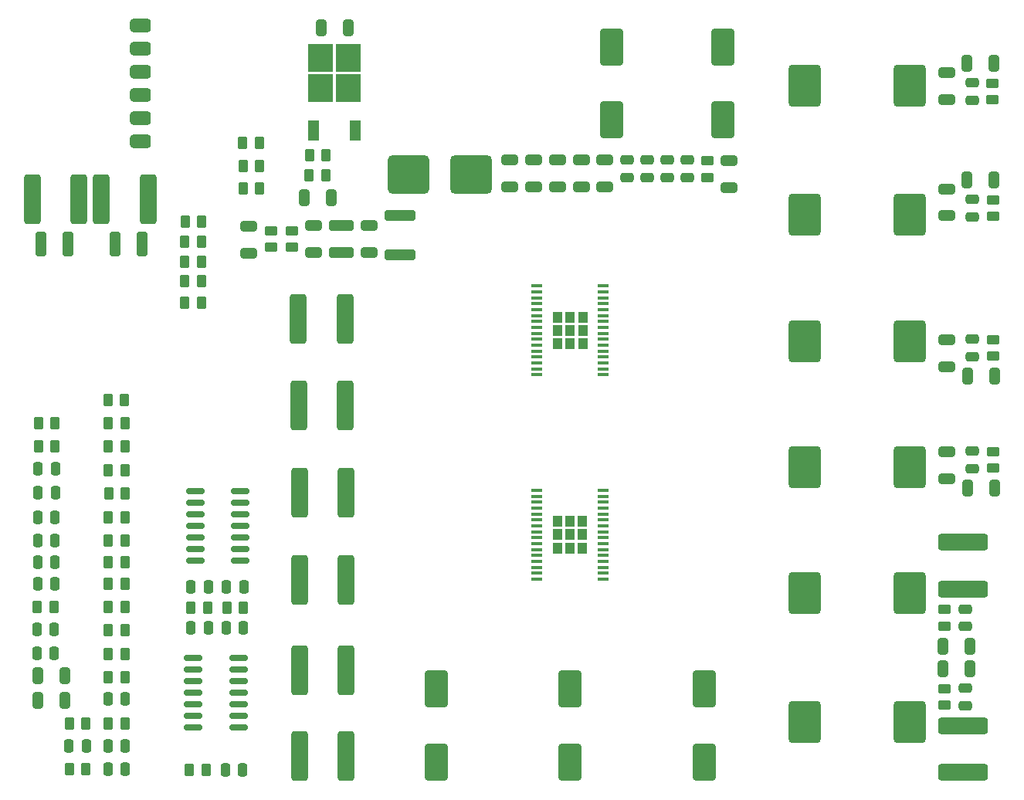
<source format=gtp>
G04 #@! TF.GenerationSoftware,KiCad,Pcbnew,(6.0.8)*
G04 #@! TF.CreationDate,2023-11-21T01:59:14+01:00*
G04 #@! TF.ProjectId,Modu_ wzmacniacza,4d6f6475-4220-4777-9a6d-61636e696163,rev?*
G04 #@! TF.SameCoordinates,Original*
G04 #@! TF.FileFunction,Paste,Top*
G04 #@! TF.FilePolarity,Positive*
%FSLAX46Y46*%
G04 Gerber Fmt 4.6, Leading zero omitted, Abs format (unit mm)*
G04 Created by KiCad (PCBNEW (6.0.8)) date 2023-11-21 01:59:14*
%MOMM*%
%LPD*%
G01*
G04 APERTURE LIST*
G04 Aperture macros list*
%AMRoundRect*
0 Rectangle with rounded corners*
0 $1 Rounding radius*
0 $2 $3 $4 $5 $6 $7 $8 $9 X,Y pos of 4 corners*
0 Add a 4 corners polygon primitive as box body*
4,1,4,$2,$3,$4,$5,$6,$7,$8,$9,$2,$3,0*
0 Add four circle primitives for the rounded corners*
1,1,$1+$1,$2,$3*
1,1,$1+$1,$4,$5*
1,1,$1+$1,$6,$7*
1,1,$1+$1,$8,$9*
0 Add four rect primitives between the rounded corners*
20,1,$1+$1,$2,$3,$4,$5,0*
20,1,$1+$1,$4,$5,$6,$7,0*
20,1,$1+$1,$6,$7,$8,$9,0*
20,1,$1+$1,$8,$9,$2,$3,0*%
G04 Aperture macros list end*
%ADD10R,1.070000X1.160000*%
%ADD11R,1.200000X0.400000*%
%ADD12RoundRect,0.250000X0.450000X-0.262500X0.450000X0.262500X-0.450000X0.262500X-0.450000X-0.262500X0*%
%ADD13RoundRect,0.250000X-0.262500X-0.450000X0.262500X-0.450000X0.262500X0.450000X-0.262500X0.450000X0*%
%ADD14RoundRect,0.350000X-1.400000X-1.950000X1.400000X-1.950000X1.400000X1.950000X-1.400000X1.950000X0*%
%ADD15RoundRect,0.250000X0.262500X0.450000X-0.262500X0.450000X-0.262500X-0.450000X0.262500X-0.450000X0*%
%ADD16RoundRect,0.250000X0.325000X0.650000X-0.325000X0.650000X-0.325000X-0.650000X0.325000X-0.650000X0*%
%ADD17RoundRect,0.250000X-0.650000X0.325000X-0.650000X-0.325000X0.650000X-0.325000X0.650000X0.325000X0*%
%ADD18RoundRect,0.250000X-0.475000X0.250000X-0.475000X-0.250000X0.475000X-0.250000X0.475000X0.250000X0*%
%ADD19RoundRect,0.250000X-0.650000X-2.450000X0.650000X-2.450000X0.650000X2.450000X-0.650000X2.450000X0*%
%ADD20RoundRect,0.250000X0.650000X-0.325000X0.650000X0.325000X-0.650000X0.325000X-0.650000X-0.325000X0*%
%ADD21RoundRect,0.250000X-2.450000X0.650000X-2.450000X-0.650000X2.450000X-0.650000X2.450000X0.650000X0*%
%ADD22RoundRect,0.250000X0.250000X0.475000X-0.250000X0.475000X-0.250000X-0.475000X0.250000X-0.475000X0*%
%ADD23R,2.750000X3.050000*%
%ADD24R,1.200000X2.200000*%
%ADD25RoundRect,0.250000X-0.450000X0.262500X-0.450000X-0.262500X0.450000X-0.262500X0.450000X0.262500X0*%
%ADD26RoundRect,0.250000X-0.250000X-0.475000X0.250000X-0.475000X0.250000X0.475000X-0.250000X0.475000X0*%
%ADD27RoundRect,0.250000X0.325000X1.100000X-0.325000X1.100000X-0.325000X-1.100000X0.325000X-1.100000X0*%
%ADD28RoundRect,0.250000X1.000000X-1.750000X1.000000X1.750000X-1.000000X1.750000X-1.000000X-1.750000X0*%
%ADD29RoundRect,0.250000X-1.450000X0.312500X-1.450000X-0.312500X1.450000X-0.312500X1.450000X0.312500X0*%
%ADD30RoundRect,0.381000X0.762000X0.381000X-0.762000X0.381000X-0.762000X-0.381000X0.762000X-0.381000X0*%
%ADD31RoundRect,0.417500X-1.832500X-1.670000X1.832500X-1.670000X1.832500X1.670000X-1.832500X1.670000X0*%
%ADD32RoundRect,0.418750X-1.843750X-1.675000X1.843750X-1.675000X1.843750X1.675000X-1.843750X1.675000X0*%
%ADD33RoundRect,0.150000X-0.825000X-0.150000X0.825000X-0.150000X0.825000X0.150000X-0.825000X0.150000X0*%
%ADD34RoundRect,0.250000X-1.000000X1.750000X-1.000000X-1.750000X1.000000X-1.750000X1.000000X1.750000X0*%
%ADD35RoundRect,0.250000X-0.325000X-0.650000X0.325000X-0.650000X0.325000X0.650000X-0.325000X0.650000X0*%
%ADD36RoundRect,0.250000X0.475000X-0.250000X0.475000X0.250000X-0.475000X0.250000X-0.475000X-0.250000X0*%
%ADD37RoundRect,0.250000X1.100000X-0.325000X1.100000X0.325000X-1.100000X0.325000X-1.100000X-0.325000X0*%
G04 APERTURE END LIST*
D10*
X130180000Y-82960000D03*
X130180000Y-81500000D03*
X132920000Y-82960000D03*
X131550000Y-81500000D03*
X130180000Y-80040000D03*
X131550000Y-82960000D03*
X132920000Y-81500000D03*
X131550000Y-80040000D03*
X132920000Y-80040000D03*
D11*
X127900000Y-76625000D03*
X127900000Y-77275000D03*
X127900000Y-77925000D03*
X127900000Y-78575000D03*
X127900000Y-79225000D03*
X127900000Y-79875000D03*
X127900000Y-80525000D03*
X127900000Y-81175000D03*
X127900000Y-81825000D03*
X127900000Y-82475000D03*
X127900000Y-83125000D03*
X127900000Y-83775000D03*
X127900000Y-84425000D03*
X127900000Y-85075000D03*
X127900000Y-85725000D03*
X127900000Y-86375000D03*
X135200000Y-86375000D03*
X135200000Y-85725000D03*
X135200000Y-85075000D03*
X135200000Y-84425000D03*
X135200000Y-83775000D03*
X135200000Y-83125000D03*
X135200000Y-82475000D03*
X135200000Y-81825000D03*
X135200000Y-81175000D03*
X135200000Y-80525000D03*
X135200000Y-79875000D03*
X135200000Y-79225000D03*
X135200000Y-78575000D03*
X135200000Y-77925000D03*
X135200000Y-77275000D03*
X135200000Y-76625000D03*
D10*
X130230000Y-60560000D03*
X130230000Y-59100000D03*
X132970000Y-60560000D03*
X131600000Y-59100000D03*
X130230000Y-57640000D03*
X131600000Y-60560000D03*
X132970000Y-59100000D03*
X131600000Y-57640000D03*
X132970000Y-57640000D03*
D11*
X127950000Y-54225000D03*
X127950000Y-54875000D03*
X127950000Y-55525000D03*
X127950000Y-56175000D03*
X127950000Y-56825000D03*
X127950000Y-57475000D03*
X127950000Y-58125000D03*
X127950000Y-58775000D03*
X127950000Y-59425000D03*
X127950000Y-60075000D03*
X127950000Y-60725000D03*
X127950000Y-61375000D03*
X127950000Y-62025000D03*
X127950000Y-62675000D03*
X127950000Y-63325000D03*
X127950000Y-63975000D03*
X135250000Y-63975000D03*
X135250000Y-63325000D03*
X135250000Y-62675000D03*
X135250000Y-62025000D03*
X135250000Y-61375000D03*
X135250000Y-60725000D03*
X135250000Y-60075000D03*
X135250000Y-59425000D03*
X135250000Y-58775000D03*
X135250000Y-58125000D03*
X135250000Y-57475000D03*
X135250000Y-56825000D03*
X135250000Y-56175000D03*
X135250000Y-55525000D03*
X135250000Y-54875000D03*
X135250000Y-54225000D03*
D12*
X177850000Y-33812500D03*
X177850000Y-31987500D03*
D13*
X80987500Y-77000000D03*
X82812500Y-77000000D03*
X80937500Y-84500000D03*
X82762500Y-84500000D03*
D14*
X157300000Y-60300000D03*
X168800000Y-60300000D03*
D15*
X82762500Y-69300000D03*
X80937500Y-69300000D03*
X82762500Y-89400000D03*
X80937500Y-89400000D03*
X97542500Y-41070000D03*
X95717500Y-41070000D03*
X95762500Y-89520000D03*
X93937500Y-89520000D03*
D12*
X172650000Y-100212500D03*
X172650000Y-98387500D03*
D16*
X107285000Y-25900000D03*
X104335000Y-25900000D03*
D17*
X135400000Y-40412500D03*
X135400000Y-43362500D03*
D15*
X91862500Y-89510000D03*
X90037500Y-89510000D03*
D18*
X140000000Y-40437500D03*
X140000000Y-42337500D03*
D19*
X101910000Y-96360000D03*
X107010000Y-96360000D03*
D17*
X127600000Y-40412500D03*
X127600000Y-43362500D03*
X130200000Y-40412500D03*
X130200000Y-43362500D03*
D15*
X82762500Y-82100000D03*
X80937500Y-82100000D03*
D20*
X109570000Y-50535000D03*
X109570000Y-47585000D03*
D21*
X174650000Y-102450000D03*
X174650000Y-107550000D03*
D22*
X75100000Y-86900000D03*
X73200000Y-86900000D03*
D16*
X76175000Y-97000000D03*
X73225000Y-97000000D03*
D17*
X149000000Y-40462500D03*
X149000000Y-43412500D03*
X96330000Y-47655000D03*
X96330000Y-50605000D03*
D23*
X107305000Y-29215000D03*
X104255000Y-29215000D03*
X104255000Y-32565000D03*
X107305000Y-32565000D03*
D24*
X103500000Y-37190000D03*
X108060000Y-37190000D03*
D13*
X89377500Y-47180000D03*
X91202500Y-47180000D03*
D22*
X75150000Y-74300000D03*
X73250000Y-74300000D03*
D18*
X175650000Y-60050000D03*
X175650000Y-61950000D03*
D22*
X82812500Y-99500000D03*
X80912500Y-99500000D03*
D25*
X177950000Y-72387500D03*
X177950000Y-74212500D03*
D26*
X93800000Y-107300000D03*
X95700000Y-107300000D03*
D15*
X91172500Y-51540000D03*
X89347500Y-51540000D03*
D17*
X132800000Y-40412500D03*
X132800000Y-43362500D03*
D13*
X80950000Y-94600000D03*
X82775000Y-94600000D03*
D16*
X178125000Y-76400000D03*
X175175000Y-76400000D03*
D20*
X172850000Y-63075000D03*
X172850000Y-60125000D03*
D14*
X157300000Y-46400000D03*
X168800000Y-46400000D03*
D27*
X84625000Y-49630000D03*
X81675000Y-49630000D03*
D28*
X136100000Y-36032500D03*
X136100000Y-28032500D03*
D29*
X112930000Y-46522500D03*
X112930000Y-50797500D03*
D30*
X84500000Y-38400000D03*
X84500000Y-35860000D03*
X84500000Y-33320000D03*
X84500000Y-30780000D03*
X84500000Y-28240000D03*
X84500000Y-25700000D03*
D15*
X97502500Y-38560000D03*
X95677500Y-38560000D03*
D22*
X91910000Y-91730000D03*
X90010000Y-91730000D03*
D18*
X137800000Y-40437500D03*
X137800000Y-42337500D03*
D22*
X75100000Y-84500000D03*
X73200000Y-84500000D03*
D19*
X101950000Y-105800000D03*
X107050000Y-105800000D03*
D20*
X103500000Y-50565000D03*
X103500000Y-47615000D03*
D15*
X91142500Y-53700000D03*
X89317500Y-53700000D03*
D13*
X80937500Y-71800000D03*
X82762500Y-71800000D03*
D26*
X80900000Y-104700000D03*
X82800000Y-104700000D03*
D12*
X101080000Y-49982500D03*
X101080000Y-48157500D03*
D22*
X95800000Y-87230000D03*
X93900000Y-87230000D03*
D25*
X172650000Y-89687500D03*
X172650000Y-91512500D03*
D19*
X85310000Y-44740000D03*
X80210000Y-44740000D03*
D15*
X75012500Y-89400000D03*
X73187500Y-89400000D03*
D26*
X80900000Y-107200000D03*
X82800000Y-107200000D03*
D16*
X105435000Y-44530000D03*
X102485000Y-44530000D03*
D14*
X157300000Y-87900000D03*
X168800000Y-87900000D03*
D19*
X72660000Y-44740000D03*
X77760000Y-44740000D03*
D13*
X76687500Y-107200000D03*
X78512500Y-107200000D03*
D25*
X98820000Y-48167500D03*
X98820000Y-49992500D03*
D15*
X82750000Y-66700000D03*
X80925000Y-66700000D03*
D16*
X178125000Y-64100000D03*
X175175000Y-64100000D03*
D31*
X113900000Y-42000000D03*
D32*
X120737500Y-41993750D03*
D16*
X76175000Y-99700000D03*
X73225000Y-99700000D03*
D33*
X90475000Y-76690000D03*
X90475000Y-77960000D03*
X90475000Y-79230000D03*
X90475000Y-80500000D03*
X90475000Y-81770000D03*
X90475000Y-83040000D03*
X90475000Y-84310000D03*
X95425000Y-84310000D03*
X95425000Y-83040000D03*
X95425000Y-81770000D03*
X95425000Y-80500000D03*
X95425000Y-79230000D03*
X95425000Y-77960000D03*
X95425000Y-76690000D03*
D13*
X73287500Y-69300000D03*
X75112500Y-69300000D03*
D26*
X73200000Y-82100000D03*
X75100000Y-82100000D03*
D13*
X76687500Y-102200000D03*
X78512500Y-102200000D03*
D15*
X104832500Y-39920000D03*
X103007500Y-39920000D03*
D26*
X73200000Y-79600000D03*
X75100000Y-79600000D03*
D19*
X101850000Y-67320000D03*
X106950000Y-67320000D03*
D21*
X174650000Y-82350000D03*
X174650000Y-87450000D03*
D15*
X91152500Y-56050000D03*
X89327500Y-56050000D03*
D25*
X177950000Y-60087500D03*
X177950000Y-61912500D03*
D18*
X144400000Y-40437500D03*
X144400000Y-42337500D03*
D17*
X125000000Y-40412500D03*
X125000000Y-43362500D03*
D13*
X80937500Y-74400000D03*
X82762500Y-74400000D03*
D34*
X131600000Y-98400000D03*
X131600000Y-106400000D03*
D15*
X82762500Y-92000000D03*
X80937500Y-92000000D03*
D13*
X73287500Y-71800000D03*
X75112500Y-71800000D03*
D26*
X73150000Y-94500000D03*
X75050000Y-94500000D03*
D17*
X172850000Y-72425000D03*
X172850000Y-75375000D03*
D20*
X172900000Y-46537500D03*
X172900000Y-43587500D03*
D16*
X178075000Y-42562500D03*
X175125000Y-42562500D03*
D14*
X157300000Y-74100000D03*
X168800000Y-74100000D03*
X157300000Y-32300000D03*
X168800000Y-32300000D03*
D22*
X91920000Y-87220000D03*
X90020000Y-87220000D03*
D13*
X89357500Y-49360000D03*
X91182500Y-49360000D03*
D34*
X116900000Y-98400000D03*
X116900000Y-106400000D03*
D15*
X91662500Y-107300000D03*
X89837500Y-107300000D03*
D13*
X102987500Y-42110000D03*
X104812500Y-42110000D03*
D25*
X146600000Y-40487500D03*
X146600000Y-42312500D03*
D35*
X172475000Y-93700000D03*
X175425000Y-93700000D03*
D27*
X76525000Y-49640000D03*
X73575000Y-49640000D03*
D28*
X148300000Y-36032500D03*
X148300000Y-28032500D03*
D33*
X90275000Y-94990000D03*
X90275000Y-96260000D03*
X90275000Y-97530000D03*
X90275000Y-98800000D03*
X90275000Y-100070000D03*
X90275000Y-101340000D03*
X90275000Y-102610000D03*
X95225000Y-102610000D03*
X95225000Y-101340000D03*
X95225000Y-100070000D03*
X95225000Y-98800000D03*
X95225000Y-97530000D03*
X95225000Y-96260000D03*
X95225000Y-94990000D03*
D15*
X82762500Y-86900000D03*
X80937500Y-86900000D03*
X97572500Y-43530000D03*
X95747500Y-43530000D03*
D18*
X142200000Y-40437500D03*
X142200000Y-42337500D03*
D14*
X157300000Y-102000000D03*
X168800000Y-102000000D03*
D19*
X101790000Y-57840000D03*
X106890000Y-57840000D03*
X101950000Y-86480000D03*
X107050000Y-86480000D03*
D36*
X175650000Y-46637500D03*
X175650000Y-44737500D03*
D16*
X178025000Y-29800000D03*
X175075000Y-29800000D03*
D13*
X80937500Y-97100000D03*
X82762500Y-97100000D03*
D34*
X146300000Y-98400000D03*
X146300000Y-106400000D03*
D36*
X174950000Y-100250000D03*
X174950000Y-98350000D03*
D37*
X106550000Y-50545000D03*
X106550000Y-47595000D03*
D26*
X93880000Y-91750000D03*
X95780000Y-91750000D03*
D19*
X101950000Y-76860000D03*
X107050000Y-76860000D03*
D35*
X172475000Y-96200000D03*
X175425000Y-96200000D03*
D15*
X82762500Y-102200000D03*
X80937500Y-102200000D03*
D26*
X73250000Y-76900000D03*
X75150000Y-76900000D03*
D13*
X80937500Y-79600000D03*
X82762500Y-79600000D03*
D12*
X177950000Y-46600000D03*
X177950000Y-44775000D03*
D36*
X175650000Y-33850000D03*
X175650000Y-31950000D03*
D26*
X73150000Y-91900000D03*
X75050000Y-91900000D03*
D17*
X172850000Y-30825000D03*
X172850000Y-33775000D03*
D18*
X174950000Y-89650000D03*
X174950000Y-91550000D03*
D26*
X76650000Y-104700000D03*
X78550000Y-104700000D03*
D18*
X175650000Y-72350000D03*
X175650000Y-74250000D03*
M02*

</source>
